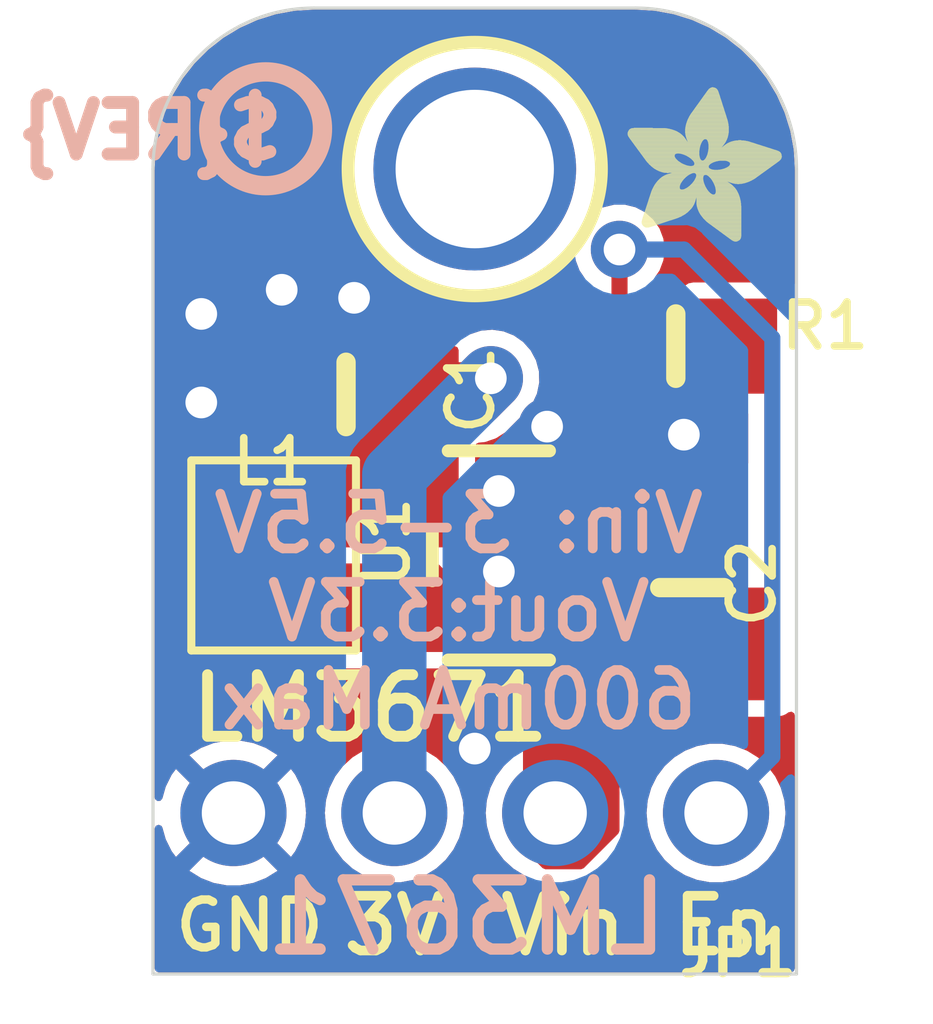
<source format=kicad_pcb>
(kicad_pcb (version 20221018) (generator pcbnew)
  (layers (0 "F.Cu" signal) (31 "B.Cu" signal) (34 "B.Paste" user) (35 "F.Paste" user) (36 "B.SilkS" user "B.Silkscreen") (37 "F.SilkS" user "F.Silkscreen") (38 "B.Mask" user) (39 "F.Mask" user) (44 "Edge.Cuts" user))
  (net 0 "")
  (net 1 "N$1")
  (net 2 "GND")
  (net 3 "3.3V")
  (net 4 "VIN")
  (net 5 "EN")
  (footprint "working:0805-NO" (layer "F.Cu") (at 151.6761 102.7176 180)
    (fp_text reference "R1" (at -3.1115 0.3175) (layer "F.SilkS") (effects (font (size 0.692831 0.692831) (thickness 0.119969)) (justify right)))
    (fp_text value "100K")
    (pad "1" smd rect (at -0.95 0 180) (size 1.3 1.5) (layers "F.Cu" "F.Paste" "F.Mask") (net 4 "VIN"))
    (pad "2" smd rect (at 0.95 0 180) (size 1.3 1.5) (layers "F.Cu" "F.Paste" "F.Mask") (net 5 "EN"))
  )
  (footprint "working:INDUCTOR_TAIYOYUDEN_NRH2412T" (layer "F.Cu") (at 145.3261 106.0196 90)
    (fp_text reference "L1" (at 1.478 -0.716) (layer "F.SilkS") (effects (font (size 0.692831 0.692831) (thickness 0.119969)) (justify left)))
    (fp_text value "2.2uH/NRH2412T2R2MNGH")
    (pad "1" smd rect (at -0.725 0 90) (size 1 2) (layers "F.Cu" "F.Paste" "F.Mask") (net 1 "N$1"))
    (pad "2" smd rect (at 0.725 0 90) (size 1 2) (layers "F.Cu" "F.Paste" "F.Mask") (net 3 "3.3V"))
  )
  (footprint "working:FIDUCIAL_1MM" (layer "F.Cu") (at 144.9451 99.9236)
    (fp_text reference "FID1" hide)
    (fp_text value "FIDUCIAL\"\"" hide)
    (pad "1" smd roundrect (at 0 0) (size 1 1) (layers "F.Cu" "F.Mask") (roundrect_rratio 0.5))
  )
  (footprint "working:0805-NO" (layer "F.Cu") (at 146.4691 103.4796 180)
    (fp_text reference "C1" (at -1.9685 0.8255 90) (layer "F.SilkS") (effects (font (size 0.692831 0.692831) (thickness 0.119969)) (justify right)))
    (fp_text value "22uF")
    (pad "1" smd rect (at -0.95 0 180) (size 1.3 1.5) (layers "F.Cu" "F.Paste" "F.Mask") (net 3 "3.3V"))
    (pad "2" smd rect (at 0.95 0 180) (size 1.3 1.5) (layers "F.Cu" "F.Paste" "F.Mask") (net 2 "GND"))
  )
  (footprint "working:1X04_ROUND" (layer "F.Cu") (at 148.5011 110.0836 180)
    (fp_text reference "JP1" (at -5.1562 -1.8288 180) (layer "F.SilkS") (effects (font (size 0.666496 0.666496) (thickness 0.146304)) (justify right top)))
    (fp_text value "")
    (pad "1" thru_hole circle (at -3.81 0 270) (size 1.6764 1.6764) (drill 1) (layers "*.Cu" "*.Mask") (net 5 "EN"))
    (pad "2" thru_hole circle (at -1.27 0 270) (size 1.6764 1.6764) (drill 1) (layers "*.Cu" "*.Mask") (net 4 "VIN"))
    (pad "3" thru_hole circle (at 1.27 0 270) (size 1.6764 1.6764) (drill 1) (layers "*.Cu" "*.Mask") (net 3 "3.3V"))
    (pad "4" thru_hole circle (at 3.81 0 270) (size 1.6764 1.6764) (drill 1) (layers "*.Cu" "*.Mask") (net 2 "GND"))
  )
  (footprint "working:0805-NO" (layer "F.Cu") (at 151.9301 106.5276 90)
    (fp_text reference "C2" (at 0.8255 0.9525 90) (layer "F.SilkS") (effects (font (size 0.692831 0.692831) (thickness 0.119969)) (justify right)))
    (fp_text value "10uF")
    (pad "1" smd rect (at -0.95 0 90) (size 1.3 1.5) (layers "F.Cu" "F.Paste" "F.Mask") (net 4 "VIN"))
    (pad "2" smd rect (at 0.95 0 90) (size 1.3 1.5) (layers "F.Cu" "F.Paste" "F.Mask") (net 2 "GND"))
  )
  (footprint "working:ADAFRUIT_2.5MM" (layer "F.Cu") (at 150.9141 101.0666)
    (fp_text reference "U$11" hide)
    (fp_text value "" hide)
  )
  (footprint "working:MOUNTINGHOLE_2.5_PLATED" (layer "F.Cu") (at 148.5011 99.9236)
    (fp_text reference "U$9" hide)
    (fp_text value "MOUNTINGHOLE2.5" hide)
    (pad "P$1" thru_hole circle (at 0 0) (size 3.2 3.2) (drill 2.5) (layers "*.Cu" "*.Mask"))
    (zone (net 0) (net_name "") (layer "F.Cu") (connect_pads (clearance 0)) (min_thickness 0.25)
      (keepout (tracks not_allowed) (vias not_allowed) (pads not_allowed) (copperpour not_allowed) (footprints allowed))
      (fill (thermal_gap 0.5) (thermal_bridge_width 0.5))
      (polygon (pts (xy 150.5171 99.9236) (xy 150.49748 99.643027) (xy 150.439004 99.367915) (xy 150.342808 99.103619) (xy 150.210765 98.855283) (xy 150.045446 98.62774) (xy 149.850067 98.42542) (xy 149.628433 98.25226) (xy 149.384856 98.111631) (xy 149.124078 98.00627) (xy 148.851175 97.938228) (xy 148.571457 97.908828) (xy 148.290371 97.918644) (xy 148.013385 97.967484) (xy 147.745893 98.054397) (xy 147.4931 98.177693) (xy 147.259926 98.33497) (xy 147.050911 98.523169) (xy 146.870122 98.738625) (xy 146.721078 98.977145) (xy 146.60668 99.234087) (xy 146.529154 99.50445) (xy 146.490011 99.782971) (xy 146.490011 100.064229) (xy 146.529154 100.34275) (xy 146.60668 100.613113) (xy 146.721078 100.870055) (xy 146.870122 101.108575) (xy 147.050911 101.324031) (xy 147.259926 101.51223) (xy 147.4931 101.669507) (xy 147.745893 101.792803) (xy 148.013385 101.879716) (xy 148.290371 101.928556) (xy 148.571457 101.938372) (xy 148.851175 101.908972) (xy 149.124078 101.84093) (xy 149.384856 101.735569) (xy 149.628433 101.59494) (xy 149.850067 101.42178) (xy 150.045446 101.21946) (xy 150.210765 100.991917) (xy 150.342808 100.743581) (xy 150.439004 100.479285) (xy 150.49748 100.204173)))
      (polygon (pts (xy 148.4851 99.9236) (xy 148.489786 99.934914) (xy 148.5011 99.9396) (xy 148.512414 99.934914) (xy 148.5171 99.9236) (xy 148.512414 99.912286) (xy 148.5011 99.9076) (xy 148.489786 99.912286)))
    )
    (zone (net 0) (net_name "") (layer "B.Cu") (connect_pads (clearance 0)) (min_thickness 0.25)
      (keepout (tracks not_allowed) (vias not_allowed) (pads not_allowed) (copperpour not_allowed) (footprints allowed))
      (fill (thermal_gap 0.5) (thermal_bridge_width 0.5))
      (polygon (pts (xy 150.5171 99.9236) (xy 150.49748 99.643027) (xy 150.439004 99.367915) (xy 150.342808 99.103619) (xy 150.210765 98.855283) (xy 150.045446 98.62774) (xy 149.850067 98.42542) (xy 149.628433 98.25226) (xy 149.384856 98.111631) (xy 149.124078 98.00627) (xy 148.851175 97.938228) (xy 148.571457 97.908828) (xy 148.290371 97.918644) (xy 148.013385 97.967484) (xy 147.745893 98.054397) (xy 147.4931 98.177693) (xy 147.259926 98.33497) (xy 147.050911 98.523169) (xy 146.870122 98.738625) (xy 146.721078 98.977145) (xy 146.60668 99.234087) (xy 146.529154 99.50445) (xy 146.490011 99.782971) (xy 146.490011 100.064229) (xy 146.529154 100.34275) (xy 146.60668 100.613113) (xy 146.721078 100.870055) (xy 146.870122 101.108575) (xy 147.050911 101.324031) (xy 147.259926 101.51223) (xy 147.4931 101.669507) (xy 147.745893 101.792803) (xy 148.013385 101.879716) (xy 148.290371 101.928556) (xy 148.571457 101.938372) (xy 148.851175 101.908972) (xy 149.124078 101.84093) (xy 149.384856 101.735569) (xy 149.628433 101.59494) (xy 149.850067 101.42178) (xy 150.045446 101.21946) (xy 150.210765 100.991917) (xy 150.342808 100.743581) (xy 150.439004 100.479285) (xy 150.49748 100.204173)))
      (polygon (pts (xy 148.4851 99.9236) (xy 148.489786 99.934914) (xy 148.5011 99.9396) (xy 148.512414 99.934914) (xy 148.5171 99.9236) (xy 148.512414 99.912286) (xy 148.5011 99.9076) (xy 148.489786 99.912286)))
    )
  )
  (footprint "working:SOT23-5" (layer "F.Cu") (at 148.8821 106.0196 90)
    (fp_text reference "U1" (at -0.562 -1.778 90) (layer "F.SilkS") (effects (font (size 0.692831 0.692831) (thickness 0.119969)) (justify left)))
    (fp_text value "LM3671MF-3.3/NOPB")
    (pad "1" smd rect (at -0.95 1.3001 90) (size 0.55 1.2) (layers "F.Cu" "F.Paste" "F.Mask") (net 4 "VIN"))
    (pad "2" smd rect (at 0 1.3001 90) (size 0.55 1.2) (layers "F.Cu" "F.Paste" "F.Mask") (net 2 "GND"))
    (pad "3" smd rect (at 0.95 1.3001 90) (size 0.55 1.2) (layers "F.Cu" "F.Paste" "F.Mask") (net 5 "EN"))
    (pad "4" smd rect (at 0.95 -1.3001 90) (size 0.55 1.2) (layers "F.Cu" "F.Paste" "F.Mask") (net 3 "3.3V"))
    (pad "5" smd rect (at -0.95 -1.3001 90) (size 0.55 1.2) (layers "F.Cu" "F.Paste" "F.Mask") (net 1 "N$1"))
  )
  (footprint "working:PCBFEAT-REV-040" (layer "B.Cu") (at 145.1991 99.2886 180)
    (fp_text reference "U$10" hide)
    (fp_text value "" hide)
    (fp_text user "${REV}" (at -0.3556 -0.508) (layer "B.SilkS") (effects (font (size 0.8128 0.8128) (thickness 0.2032)) (justify left bottom mirror)))
  )
  (gr_line (start 143.4211 112.6236) (end 143.4211 99.9236) (stroke (width 0.05)) (layer "Edge.Cuts"))
  (gr_line (start 153.5811 99.9236) (end 153.5811 112.6236) (stroke (width 0.05)) (layer "Edge.Cuts"))
  (gr_arc (start 151.0411 97.3836) (mid 152.837151 98.127549) (end 153.5811 99.9236) (stroke (width 0.05)) (layer "Edge.Cuts"))
  (gr_arc (start 143.4211 99.9236) (mid 144.165049 98.127549) (end 145.9611 97.3836) (stroke (width 0.05)) (layer "Edge.Cuts"))
  (gr_line (start 153.5811 112.6236) (end 143.4211 112.6236) (stroke (width 0.05)) (layer "Edge.Cuts"))
  (gr_line (start 145.9611 97.3836) (end 151.0411 97.3836) (stroke (width 0.05)) (layer "Edge.Cuts"))
  (gr_text "Vin: 3-5.5V\nVout:3.3V\n600mA Max" (at 148.2471 106.9086) (layer "B.SilkS") (effects (font (size 0.8636 0.8636) (thickness 0.1524)) (justify mirror)))
  (gr_text "LM3671" (at 148.3741 111.7346) (layer "B.SilkS") (effects (font (size 1.0922 1.0922) (thickness 0.1778)) (justify mirror)))
  (gr_text "Vin" (at 149.8981 111.8616) (layer "F.SilkS") (effects (font (size 0.8636 0.8636) (thickness 0.1524))))
  (gr_text "En" (at 152.4381 111.8616) (layer "F.SilkS") (effects (font (size 0.8636 0.8636) (thickness 0.1524))))
  (gr_text "LM3671" (at 146.8501 108.4326) (layer "F.SilkS") (effects (font (size 0.97155 0.97155) (thickness 0.17145))))
  (gr_text "3V" (at 147.2311 111.8616) (layer "F.SilkS") (effects (font (size 0.8636 0.8636) (thickness 0.1524))))
  (gr_text "GND" (at 144.9451 111.8616) (layer "F.SilkS") (effects (font (size 0.75565 0.75565) (thickness 0.13335))))
  (segment (start 150.1822 106.0196) (end 151.2951 106.0196) (width 0.6096) (layer "F.Cu") (net 2))
  (segment (start 151.2951 106.0196) (end 151.9301 105.3846) (width 0.6096) (layer "F.Cu") (net 2))
  (via (at 144.1831 102.2096) (size 0.9064) (drill 0.5) (layers "F.Cu" "B.Cu") (net 2))
  (via (at 149.6441 103.9876) (size 0.9064) (drill 0.5) (layers "F.Cu" "B.Cu") (net 2))
  (via (at 146.5961 101.9556) (size 0.9064) (drill 0.5) (layers "F.Cu" "B.Cu") (net 2))
  (via (at 148.8821 106.2736) (size 0.9064) (drill 0.5) (layers "F.Cu" "B.Cu") (net 2))
  (via (at 148.8821 105.0036) (size 0.9064) (drill 0.5) (layers "F.Cu" "B.Cu") (net 2))
  (via (at 151.8031 104.1146) (size 0.9064) (drill 0.5) (layers "F.Cu" "B.Cu") (net 2))
  (via (at 148.5011 109.0676) (size 0.9064) (drill 0.5) (layers "F.Cu" "B.Cu") (net 2))
  (via (at 145.4531 101.8286) (size 0.9064) (drill 0.5) (layers "F.Cu" "B.Cu") (net 2))
  (via (at 144.1831 103.6066) (size 0.9064) (drill 0.5) (layers "F.Cu" "B.Cu") (net 2))
  (segment (start 148.5011 103.4796) (end 147.4191 103.4796) (width 1.016) (layer "F.Cu") (net 3))
  (segment (start 148.7551 103.2256) (end 148.5011 103.4796) (width 1.016) (layer "F.Cu") (net 3))
  (via (at 148.7551 103.2256) (size 0.9064) (drill 0.5) (layers "F.Cu" "B.Cu") (net 3))
  (segment (start 147.2311 104.7496) (end 148.7551 103.2256) (width 1.016) (layer "B.Cu") (net 3))
  (segment (start 147.2311 110.0836) (end 147.2311 104.7496) (width 1.016) (layer "B.Cu") (net 3))
  (segment (start 151.9301 107.0356) (end 151.9301 107.4776) (width 0.254) (layer "F.Cu") (net 4))
  (segment (start 153.2001 103.2256) (end 152.6921 102.7176) (width 0.254) (layer "F.Cu") (net 4))
  (segment (start 153.2001 107.0356) (end 151.9301 107.0356) (width 0.254) (layer "F.Cu") (net 4))
  (segment (start 153.2001 103.2256) (end 153.2001 107.0356) (width 0.254) (layer "F.Cu") (net 4))
  (segment (start 152.6921 102.7176) (end 152.6261 102.7176) (width 0.254) (layer "F.Cu") (net 4))
  (segment (start 150.7261 102.7176) (end 150.7871 102.6566) (width 0.254) (layer "F.Cu") (net 5))
  (segment (start 150.7871 102.6566) (end 150.7871 101.1936) (width 0.254) (layer "F.Cu") (net 5))
  (segment (start 150.7261 102.7176) (end 150.7261 104.5257) (width 0.254) (layer "F.Cu") (net 5))
  (segment (start 150.7261 104.5257) (end 150.1822 105.0696) (width 0.254) (layer "F.Cu") (net 5))
  (via (at 150.7871 101.1936) (size 0.9064) (drill 0.5) (layers "F.Cu" "B.Cu") (net 5))
  (segment (start 153.2001 109.1946) (end 152.3111 110.0836) (width 0.254) (layer "B.Cu") (net 5))
  (segment (start 150.7871 101.1936) (end 151.8031 101.1936) (width 0.254) (layer "B.Cu") (net 5))
  (segment (start 151.8031 101.1936) (end 153.2001 102.5906) (width 0.254) (layer "B.Cu") (net 5))
  (segment (start 153.2001 102.5906) (end 153.2001 109.1946) (width 0.254) (layer "B.Cu") (net 5))
  (zone (net 1) (net_name "N$1") (layer "F.Cu") (priority 4) (connect_pads yes (clearance 0.000001)) (min_thickness 0.127) (fill yes (thermal_gap 0.5) (thermal_bridge_width 0.5))
    (polygon (pts (xy 148.2471 106.474995) (xy 148.2471 107.342205) (xy 148.045705 107.5436) (xy 144.3101 107.5436) (xy 144.3101 106.1466) (xy 147.918705 106.1466)))
  )
  (zone (net 2) (net_name "GND") (layer "F.Cu") (connect_pads (clearance 0.254)) (min_thickness 0.127) (fill yes (thermal_gap 0.304) (thermal_bridge_width 0.304))
    (polygon (pts (xy 153.7081 112.7506) (xy 143.2941 112.7506) (xy 143.2941 97.2566) (xy 153.7081 97.2566)))
  )
  (zone (net 3) (net_name "3.3V") (layer "F.Cu") (priority 6) (connect_pads yes (clearance 0.000001)) (min_thickness 0.127) (fill yes (thermal_gap 0.5) (thermal_bridge_width 0.5))
    (polygon (pts (xy 148.2471 105.8926) (xy 144.3101 105.8926) (xy 144.3101 104.4956) (xy 146.397193 104.4956) (xy 146.7231 103.952423) (xy 146.7231 102.7176) (xy 148.2471 102.7176)))
  )
  (zone (net 4) (net_name "VIN") (layer "F.Cu") (priority 6) (connect_pads yes (clearance 0.000001)) (min_thickness 0.127) (fill yes (thermal_gap 0.5) (thermal_bridge_width 0.5))
    (polygon (pts (xy 153.3271 108.3056) (xy 151.982706 108.3056) (xy 150.7871 109.501207) (xy 150.7871 110.390205) (xy 150.204705 110.9726) (xy 149.591495 110.9726) (xy 149.2631 110.644205) (xy 149.2631 106.855995) (xy 149.591495 106.5276) (xy 153.3271 106.5276)))
  )
  (zone (net 2) (net_name "GND") (layer "B.Cu") (priority 6) (connect_pads (clearance 0.254)) (min_thickness 0.127) (fill yes (thermal_gap 0.304) (thermal_bridge_width 0.304))
    (polygon (pts (xy 153.7081 112.7506) (xy 143.2941 112.7506) (xy 143.2941 97.2566) (xy 153.7081 97.2566)))
  )
)
</source>
